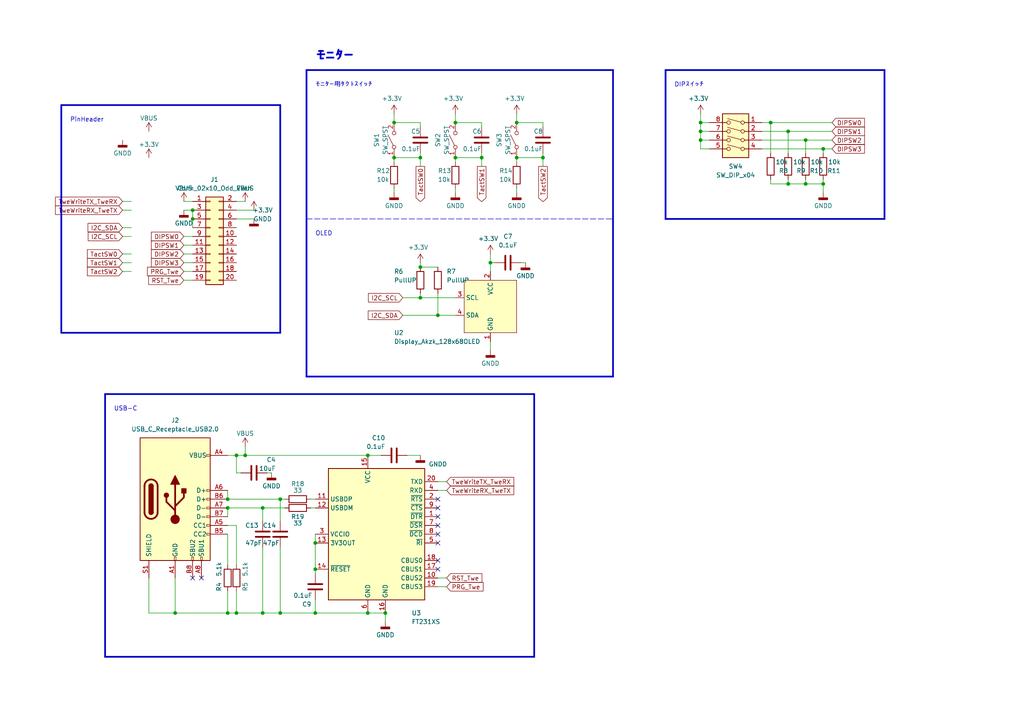
<source format=kicad_sch>
(kicad_sch (version 20230121) (generator eeschema)
  (paper "A4")
  (lib_symbols
    (symbol "Connector:USB_C_Receptacle_USB2.0" (pin_names (offset 1.016))
      (property "Reference" "J4" (at 0 22.86 0))
      (property "Value" "USB_C_Receptacle_USB2.0" (at 0 20.32 0))
      (symbol "USB_C_Receptacle_USB2.0_0_0"
        (rectangle (start -0.254 -17.78) (end 0.254 -16.764))
        (rectangle (start 5.334 -17.78) (end 4.826 -16.764))
        (rectangle (start 7.874 -17.78) (end 7.366 -16.764))
        (rectangle (start 10.16 -9.906) (end 9.144 -10.414))
        (rectangle (start 10.16 -7.366) (end 9.144 -7.874))
        (rectangle (start 10.16 -4.826) (end 9.144 -5.334))
        (rectangle (start 10.16 -2.286) (end 9.144 -2.794))
        (rectangle (start 10.16 0.254) (end 9.144 -0.254))
        (rectangle (start 10.16 2.794) (end 9.144 2.286))
        (rectangle (start 10.16 12.954) (end 9.144 12.446))
      )
      (symbol "USB_C_Receptacle_USB2.0_0_1"
        (rectangle (start -10.16 17.78) (end 10.16 -17.78) (stroke (width 0.254)) (fill (type background)))
        (arc (start -8.89 -3.81) (mid -6.985 -5.7066) (end -5.08 -3.81) (stroke (width 0.508)))
        (arc (start -7.62 -3.81) (mid -6.985 -4.4422) (end -6.35 -3.81) (stroke (width 0.254)))
        (arc (start -7.62 -3.81) (mid -6.985 -4.4422) (end -6.35 -3.81) (stroke (width 0.254)) (fill (type outline)))
        (rectangle (start -7.62 -3.81) (end -6.35 3.81) (stroke (width 0.254)) (fill (type outline)))
        (arc (start -6.35 3.81) (mid -6.985 4.4422) (end -7.62 3.81) (stroke (width 0.254)))
        (arc (start -6.35 3.81) (mid -6.985 4.4422) (end -7.62 3.81) (stroke (width 0.254)) (fill (type outline)))
        (arc (start -5.08 3.81) (mid -6.985 5.7066) (end -8.89 3.81) (stroke (width 0.508)))
        (circle (center -2.54 1.143) (radius 0.635) (stroke (width 0.254)) (fill (type outline)))
        (circle (center 0 -5.842) (radius 1.27) (fill (type outline)))
        (polyline (pts (xy -8.89 -3.81) (xy -8.89 3.81)) (stroke (width 0.508)))
        (polyline (pts (xy -5.08 3.81) (xy -5.08 -3.81)) (stroke (width 0.508)))
        (polyline (pts (xy 0 -5.842) (xy 0 4.318)) (stroke (width 0.508)))
        (polyline (pts (xy 0 -3.302) (xy -2.54 -0.762) (xy -2.54 0.508)) (stroke (width 0.508)))
        (polyline (pts (xy 0 -2.032) (xy 2.54 0.508) (xy 2.54 1.778)) (stroke (width 0.508)))
        (polyline (pts (xy -1.27 4.318) (xy 0 6.858) (xy 1.27 4.318) (xy -1.27 4.318)) (stroke (width 0.254)) (fill (type outline)))
        (rectangle (start 1.905 1.778) (end 3.175 3.048) (stroke (width 0.254)) (fill (type outline)))
      )
      (symbol "USB_C_Receptacle_USB2.0_1_1"
        (pin passive line (at 0 -22.86 90) (length 5.08) (name "GND") (number "A1"))
        (pin passive line (at 0 -22.86 90) (length 5.08) hide (name "GND") (number "A12"))
        (pin passive line (at 15.24 12.7 180) (length 5.08) (name "VBUS") (number "A4"))
        (pin bidirectional line (at 15.24 -7.62 180) (length 5.08) (name "CC1") (number "A5"))
        (pin bidirectional line (at 15.24 2.54 180) (length 5.08) (name "D+") (number "A6"))
        (pin bidirectional line (at 15.24 -2.54 180) (length 5.08) (name "D-") (number "A7"))
        (pin bidirectional line (at 7.62 -22.86 90) (length 5.08) (name "SBU1") (number "A8"))
        (pin passive line (at 15.24 12.7 180) (length 5.08) hide (name "VBUS") (number "A9"))
        (pin passive line (at 0 -22.86 90) (length 5.08) hide (name "GND") (number "B1"))
        (pin passive line (at 0 -22.86 90) (length 5.08) hide (name "GND") (number "B12"))
        (pin passive line (at 15.24 12.7 180) (length 5.08) hide (name "VBUS") (number "B4"))
        (pin bidirectional line (at 15.24 -10.16 180) (length 5.08) (name "CC2") (number "B5"))
        (pin bidirectional line (at 15.24 0 180) (length 5.08) (name "D+") (number "B6"))
        (pin bidirectional line (at 15.24 -5.08 180) (length 5.08) (name "D-") (number "B7"))
        (pin bidirectional line (at 5.08 -22.86 90) (length 5.08) (name "SBU2") (number "B8"))
        (pin passive line (at 15.24 12.7 180) (length 5.08) hide (name "VBUS") (number "B9"))
        (pin passive line (at -7.62 -22.86 90) (length 5.08) (name "SHIELD") (number "S1"))
      )
    )
    (symbol "Connector_Generic:Conn_02x10_Odd_Even" (pin_names (offset 1.016) hide)
      (property "Reference" "J" (at 1.27 12.7 0))
      (property "Value" "Conn_02x10_Odd_Even" (at 1.27 -15.24 0))
      (symbol "Conn_02x10_Odd_Even_1_1"
        (rectangle (start -1.27 -12.573) (end 0 -12.827) (stroke (width 0.1524)))
        (rectangle (start -1.27 -10.033) (end 0 -10.287) (stroke (width 0.1524)))
        (rectangle (start -1.27 -7.493) (end 0 -7.747) (stroke (width 0.1524)))
        (rectangle (start -1.27 -4.953) (end 0 -5.207) (stroke (width 0.1524)))
        (rectangle (start -1.27 -2.413) (end 0 -2.667) (stroke (width 0.1524)))
        (rectangle (start -1.27 0.127) (end 0 -0.127) (stroke (width 0.1524)))
        (rectangle (start -1.27 2.667) (end 0 2.413) (stroke (width 0.1524)))
        (rectangle (start -1.27 5.207) (end 0 4.953) (stroke (width 0.1524)))
        (rectangle (start -1.27 7.747) (end 0 7.493) (stroke (width 0.1524)))
        (rectangle (start -1.27 10.287) (end 0 10.033) (stroke (width 0.1524)))
        (rectangle (start -1.27 11.43) (end 3.81 -13.97) (stroke (width 0.254)) (fill (type background)))
        (rectangle (start 3.81 -12.573) (end 2.54 -12.827) (stroke (width 0.1524)))
        (rectangle (start 3.81 -10.033) (end 2.54 -10.287) (stroke (width 0.1524)))
        (rectangle (start 3.81 -7.493) (end 2.54 -7.747) (stroke (width 0.1524)))
        (rectangle (start 3.81 -4.953) (end 2.54 -5.207) (stroke (width 0.1524)))
        (rectangle (start 3.81 -2.413) (end 2.54 -2.667) (stroke (width 0.1524)))
        (rectangle (start 3.81 0.127) (end 2.54 -0.127) (stroke (width 0.1524)))
        (rectangle (start 3.81 2.667) (end 2.54 2.413) (stroke (width 0.1524)))
        (rectangle (start 3.81 5.207) (end 2.54 4.953) (stroke (width 0.1524)))
        (rectangle (start 3.81 7.747) (end 2.54 7.493) (stroke (width 0.1524)))
        (rectangle (start 3.81 10.287) (end 2.54 10.033) (stroke (width 0.1524)))
        (pin passive line (at -5.08 10.16 0) (length 3.81) (name "Pin_1") (number "1"))
        (pin passive line (at 7.62 0 180) (length 3.81) (name "Pin_10") (number "10"))
        (pin passive line (at -5.08 -2.54 0) (length 3.81) (name "Pin_11") (number "11"))
        (pin passive line (at 7.62 -2.54 180) (length 3.81) (name "Pin_12") (number "12"))
        (pin passive line (at -5.08 -5.08 0) (length 3.81) (name "Pin_13") (number "13"))
        (pin passive line (at 7.62 -5.08 180) (length 3.81) (name "Pin_14") (number "14"))
        (pin passive line (at -5.08 -7.62 0) (length 3.81) (name "Pin_15") (number "15"))
        (pin passive line (at 7.62 -7.62 180) (length 3.81) (name "Pin_16") (number "16"))
        (pin passive line (at -5.08 -10.16 0) (length 3.81) (name "Pin_17") (number "17"))
        (pin passive line (at 7.62 -10.16 180) (length 3.81) (name "Pin_18") (number "18"))
        (pin passive line (at -5.08 -12.7 0) (length 3.81) (name "Pin_19") (number "19"))
        (pin passive line (at 7.62 10.16 180) (length 3.81) (name "Pin_2") (number "2"))
        (pin passive line (at 7.62 -12.7 180) (length 3.81) (name "Pin_20") (number "20"))
        (pin passive line (at -5.08 7.62 0) (length 3.81) (name "Pin_3") (number "3"))
        (pin passive line (at 7.62 7.62 180) (length 3.81) (name "Pin_4") (number "4"))
        (pin passive line (at -5.08 5.08 0) (length 3.81) (name "Pin_5") (number "5"))
        (pin passive line (at 7.62 5.08 180) (length 3.81) (name "Pin_6") (number "6"))
        (pin passive line (at -5.08 2.54 0) (length 3.81) (name "Pin_7") (number "7"))
        (pin passive line (at 7.62 2.54 180) (length 3.81) (name "Pin_8") (number "8"))
        (pin passive line (at -5.08 0 0) (length 3.81) (name "Pin_9") (number "9"))
      )
    )
    (symbol "Device:C" (pin_numbers hide) (pin_names (offset 0.254))
      (property "Reference" "C" (at 0.635 2.54 0))
      (property "Value" "C" (at 0.635 -2.54 0))
      (symbol "C_0_1"
        (polyline (pts (xy -2.032 -0.762) (xy 2.032 -0.762)) (stroke (width 0.508)))
        (polyline (pts (xy -2.032 0.762) (xy 2.032 0.762)) (stroke (width 0.508)))
      )
      (symbol "C_1_1"
        (pin passive line (at 0 3.81 270) (length 2.794) (name "~") (number "1"))
        (pin passive line (at 0 -3.81 90) (length 2.794) (name "~") (number "2"))
      )
    )
    (symbol "Device:R" (pin_numbers hide) (pin_names (offset 0))
      (property "Reference" "R" (at 2.032 0 90))
      (property "Value" "R" (at 0 0 90))
      (symbol "R_0_1"
        (rectangle (start -1.016 -2.54) (end 1.016 2.54) (stroke (width 0.254)))
      )
      (symbol "R_1_1"
        (pin passive line (at 0 3.81 270) (length 1.27) (name "~") (number "1"))
        (pin passive line (at 0 -3.81 90) (length 1.27) (name "~") (number "2"))
      )
    )
    (symbol "Interface_USB:FT231XS"
      (property "Reference" "U3" (at 10.16 -22.86 0))
      (property "Value" "FT231XS" (at 10.16 -25.4 0))
      (symbol "FT231XS_0_1"
        (rectangle (start -13.97 19.05) (end 13.97 -19.05) (stroke (width 0.254)) (fill (type background)))
      )
      (symbol "FT231XS_1_1"
        (pin output line (at 17.78 5.08 180) (length 3.81) (name "~{DTR}") (number "1"))
        (pin bidirectional line (at 17.78 -12.7 180) (length 3.81) (name "CBUS2") (number "10"))
        (pin bidirectional line (at -17.78 10.16 0) (length 3.81) (name "USBDP") (number "11"))
        (pin bidirectional line (at -17.78 7.62 0) (length 3.81) (name "USBDM") (number "12"))
        (pin power_out line (at -17.78 -2.54 0) (length 3.81) (name "3V3OUT") (number "13"))
        (pin input line (at -17.78 -10.16 0) (length 3.81) (name "~{RESET}") (number "14"))
        (pin power_in line (at -2.54 22.86 270) (length 3.81) (name "VCC") (number "15"))
        (pin power_in line (at 2.54 -22.86 90) (length 3.81) (name "GND") (number "16"))
        (pin bidirectional line (at 17.78 -10.16 180) (length 3.81) (name "CBUS1") (number "17"))
        (pin bidirectional line (at 17.78 -7.62 180) (length 3.81) (name "CBUS0") (number "18"))
        (pin bidirectional line (at 17.78 -15.24 180) (length 3.81) (name "CBUS3") (number "19"))
        (pin output line (at 17.78 10.16 180) (length 3.81) (name "~{RTS}") (number "2"))
        (pin output line (at 17.78 15.24 180) (length 3.81) (name "TXD") (number "20"))
        (pin power_in line (at -17.78 0 0) (length 3.81) (name "VCCIO") (number "3"))
        (pin input line (at 17.78 12.7 180) (length 3.81) (name "RXD") (number "4"))
        (pin input line (at 17.78 -2.54 180) (length 3.81) (name "~{RI}") (number "5"))
        (pin power_in line (at -2.54 -22.86 90) (length 3.81) (name "GND") (number "6"))
        (pin input line (at 17.78 2.54 180) (length 3.81) (name "~{DSR}") (number "7"))
        (pin input line (at 17.78 0 180) (length 3.81) (name "~{DCD}") (number "8"))
        (pin input line (at 17.78 7.62 180) (length 3.81) (name "~{CTS}") (number "9"))
      )
    )
    (symbol "Switch:SW_DIP_x04" (pin_names (offset 0) hide)
      (property "Reference" "SW" (at 0 8.89 0))
      (property "Value" "SW_DIP_x04" (at 0 -6.35 0))
      (symbol "SW_DIP_x04_0_0"
        (circle (center -2.032 -2.54) (radius 0.508))
        (circle (center -2.032 0) (radius 0.508))
        (circle (center -2.032 2.54) (radius 0.508))
        (circle (center -2.032 5.08) (radius 0.508))
        (polyline (pts (xy -1.524 -2.3876) (xy 2.3622 -1.3462)))
        (polyline (pts (xy -1.524 0.127) (xy 2.3622 1.1684)))
        (polyline (pts (xy -1.524 2.667) (xy 2.3622 3.7084)))
        (polyline (pts (xy -1.524 5.207) (xy 2.3622 6.2484)))
        (circle (center 2.032 -2.54) (radius 0.508))
        (circle (center 2.032 0) (radius 0.508))
        (circle (center 2.032 2.54) (radius 0.508))
        (circle (center 2.032 5.08) (radius 0.508))
      )
      (symbol "SW_DIP_x04_0_1"
        (rectangle (start -3.81 7.62) (end 3.81 -5.08) (stroke (width 0.254)) (fill (type background)))
      )
      (symbol "SW_DIP_x04_1_1"
        (pin passive line (at -7.62 5.08 0) (length 5.08) (name "~") (number "1"))
        (pin passive line (at -7.62 2.54 0) (length 5.08) (name "~") (number "2"))
        (pin passive line (at -7.62 0 0) (length 5.08) (name "~") (number "3"))
        (pin passive line (at -7.62 -2.54 0) (length 5.08) (name "~") (number "4"))
        (pin passive line (at 7.62 -2.54 180) (length 5.08) (name "~") (number "5"))
        (pin passive line (at 7.62 0 180) (length 5.08) (name "~") (number "6"))
        (pin passive line (at 7.62 2.54 180) (length 5.08) (name "~") (number "7"))
        (pin passive line (at 7.62 5.08 180) (length 5.08) (name "~") (number "8"))
      )
    )
    (symbol "Switch:SW_SPST" (pin_names (offset 0) hide)
      (property "Reference" "SW" (at 0 3.175 0))
      (property "Value" "SW_SPST" (at 0 -2.54 0))
      (symbol "SW_SPST_0_0"
        (circle (center -2.032 0) (radius 0.508))
        (polyline (pts (xy -1.524 0.254) (xy 1.524 1.778)))
        (circle (center 2.032 0) (radius 0.508))
      )
      (symbol "SW_SPST_1_1"
        (pin passive line (at -5.08 0 0) (length 2.54) (name "A") (number "1"))
        (pin passive line (at 5.08 0 180) (length 2.54) (name "B") (number "2"))
      )
    )
    (symbol "TomoshibiLibrary:Display_Akzk_128x68OLED"
      (property "Reference" "U" (at 3.81 13.97 0))
      (property "Value" "Display_Akzk_128x68OLED" (at 8.89 11.43 0))
      (symbol "Display_Akzk_128x68OLED_0_1"
        (rectangle (start -7.62 7.62) (end 7.62 -7.62) (fill (type background)))
      )
      (symbol "Display_Akzk_128x68OLED_1_1"
        (pin bidirectional line (at 0 -10.16 90) (length 2.54) (name "GND") (number "1"))
        (pin power_in line (at 0 10.16 270) (length 2.54) (name "VCC") (number "2"))
        (pin bidirectional line (at -10.16 2.54 0) (length 2.54) (name "SCL") (number "3"))
        (pin bidirectional line (at -10.16 -2.54 0) (length 2.54) (name "SDA") (number "4"))
      )
    )
    (symbol "power:+3.3V" (power) (pin_names (offset 0))
      (property "Value" "+3.3V" (at 0 3.556 0))
      (symbol "+3.3V_0_1"
        (polyline (pts (xy -0.762 1.27) (xy 0 2.54)))
        (polyline (pts (xy 0 0) (xy 0 2.54)))
        (polyline (pts (xy 0 2.54) (xy 0.762 1.27)))
      )
      (symbol "+3.3V_1_1"
        (pin power_in line (at 0 0 90) (length 0) hide (name "+3.3V") (number "1"))
      )
    )
    (symbol "power:GNDD" (power) (pin_names (offset 0))
      (property "Value" "GNDD" (at 0 -3.175 0))
      (symbol "GNDD_0_1"
        (rectangle (start -1.27 -1.524) (end 1.27 -2.032) (stroke (width 0.254)) (fill (type outline)))
        (polyline (pts (xy 0 0) (xy 0 -1.524)))
      )
      (symbol "GNDD_1_1"
        (pin power_in line (at 0 0 270) (length 0) hide (name "GNDD") (number "1"))
      )
    )
    (symbol "power:VBUS" (power) (pin_names (offset 0))
      (property "Value" "VBUS" (at 0 3.81 0))
      (symbol "VBUS_0_1"
        (polyline (pts (xy -0.762 1.27) (xy 0 2.54)))
        (polyline (pts (xy 0 0) (xy 0 2.54)))
        (polyline (pts (xy 0 2.54) (xy 0.762 1.27)))
      )
      (symbol "VBUS_1_1"
        (pin power_in line (at 0 0 90) (length 0) hide (name "VBUS") (number "1"))
      )
    )
  )
  (junction (at 106.68 132.08))
  (junction (at 50.8 177.8))
  (junction (at 66.04 147.32))
  (junction (at 203.2 38.1))
  (junction (at 106.68 177.8))
  (junction (at 91.44 177.8))
  (junction (at 66.04 177.8))
  (junction (at 233.68 40.64))
  (junction (at 68.58 132.08))
  (junction (at 228.6 53.34))
  (junction (at 91.44 165.1))
  (junction (at 55.88 60.96))
  (junction (at 121.92 86.36))
  (junction (at 228.6 38.1))
  (junction (at 233.68 53.34))
  (junction (at 55.88 63.5))
  (junction (at 114.3 35.56))
  (junction (at 111.76 177.8))
  (junction (at 127 91.44))
  (junction (at 203.2 35.56))
  (junction (at 139.7 45.72))
  (junction (at 149.86 35.56))
  (junction (at 91.44 157.48))
  (junction (at 81.28 144.78))
  (junction (at 238.76 43.18))
  (junction (at 76.2 177.8))
  (junction (at 149.86 45.72))
  (junction (at 71.12 132.08))
  (junction (at 66.04 144.78))
  (junction (at 121.92 77.47))
  (junction (at 76.2 147.32))
  (junction (at 132.08 45.72))
  (junction (at 142.24 76.2))
  (junction (at 203.2 40.64))
  (junction (at 68.58 177.8))
  (junction (at 223.52 35.56))
  (junction (at 238.76 53.34))
  (junction (at 81.28 177.8))
  (junction (at 114.3 45.72))
  (junction (at 132.08 35.56))
  (junction (at 121.92 45.72))
  (junction (at 157.48 45.72))
  (no_connect (at 127 144.78))
  (no_connect (at 127 162.56))
  (no_connect (at 55.88 167.64))
  (no_connect (at 127 149.86))
  (no_connect (at 127 157.48))
  (no_connect (at 127 147.32))
  (no_connect (at 127 154.94))
  (no_connect (at 127 165.1))
  (no_connect (at 58.42 167.64))
  (no_connect (at 127 152.4))
  (wire (pts (xy 203.2 35.56) (xy 203.2 38.1)))
  (wire (pts (xy 127 85.09) (xy 127 91.44)))
  (wire (pts (xy 68.58 63.5) (xy 73.66 63.5)))
  (wire (pts (xy 238.76 43.18) (xy 241.3 43.18)))
  (wire (pts (xy 81.28 144.78) (xy 82.55 144.78)))
  (wire (pts (xy 157.48 35.56) (xy 149.86 35.56)))
  (wire (pts (xy 114.3 55.88) (xy 114.3 54.61)))
  (wire (pts (xy 203.2 40.64) (xy 203.2 38.1)))
  (wire (pts (xy 68.58 152.4) (xy 68.58 163.83)))
  (wire (pts (xy 116.84 91.44) (xy 127 91.44)))
  (wire (pts (xy 142.24 76.2) (xy 143.51 76.2)))
  (wire (pts (xy 223.52 53.34) (xy 223.52 52.07)))
  (wire (pts (xy 66.04 149.86) (xy 66.04 147.32)))
  (wire (pts (xy 35.56 66.04) (xy 38.1 66.04)))
  (wire (pts (xy 139.7 35.56) (xy 139.7 36.83)))
  (wire (pts (xy 114.3 33.02) (xy 114.3 35.56)))
  (wire (pts (xy 139.7 45.72) (xy 139.7 44.45)))
  (polyline (pts (xy 88.9 20.32) (xy 177.8 20.32)) (stroke (width 0.5) (type solid)))
  (wire (pts (xy 220.98 38.1) (xy 228.6 38.1)))
  (wire (pts (xy 121.92 35.56) (xy 121.92 36.83)))
  (wire (pts (xy 203.2 35.56) (xy 205.74 35.56)))
  (wire (pts (xy 91.44 154.94) (xy 91.44 157.48)))
  (wire (pts (xy 129.54 142.24) (xy 127 142.24)))
  (wire (pts (xy 66.04 152.4) (xy 68.58 152.4)))
  (wire (pts (xy 238.76 53.34) (xy 233.68 53.34)))
  (wire (pts (xy 142.24 73.66) (xy 142.24 76.2)))
  (wire (pts (xy 220.98 35.56) (xy 223.52 35.56)))
  (wire (pts (xy 53.34 68.58) (xy 55.88 68.58)))
  (wire (pts (xy 121.92 45.72) (xy 121.92 44.45)))
  (wire (pts (xy 76.2 158.75) (xy 76.2 177.8)))
  (wire (pts (xy 157.48 45.72) (xy 157.48 48.26)))
  (wire (pts (xy 238.76 53.34) (xy 238.76 52.07)))
  (polyline (pts (xy 177.8 109.22) (xy 177.8 20.32)) (stroke (width 0.5) (type solid)))
  (wire (pts (xy 50.8 167.64) (xy 50.8 177.8)))
  (wire (pts (xy 35.56 58.42) (xy 38.1 58.42)))
  (wire (pts (xy 69.85 137.16) (xy 68.58 137.16)))
  (wire (pts (xy 220.98 40.64) (xy 233.68 40.64)))
  (wire (pts (xy 228.6 44.45) (xy 228.6 38.1)))
  (wire (pts (xy 121.92 35.56) (xy 114.3 35.56)))
  (wire (pts (xy 127 170.18) (xy 129.54 170.18)))
  (wire (pts (xy 139.7 45.72) (xy 132.08 45.72)))
  (wire (pts (xy 228.6 53.34) (xy 228.6 52.07)))
  (polyline (pts (xy 30.48 114.3) (xy 154.94 114.3)) (stroke (width 0.5) (type solid)))
  (wire (pts (xy 68.58 177.8) (xy 76.2 177.8)))
  (polyline (pts (xy 88.9 20.32) (xy 88.9 109.22)) (stroke (width 0.5) (type solid)))
  (wire (pts (xy 53.34 60.96) (xy 55.88 60.96)))
  (wire (pts (xy 68.58 58.42) (xy 71.12 58.42)))
  (wire (pts (xy 132.08 55.88) (xy 132.08 54.61)))
  (polyline (pts (xy 30.48 190.5) (xy 30.48 114.3)) (stroke (width 0.5) (type solid)))
  (wire (pts (xy 149.86 45.72) (xy 149.86 46.99)))
  (polyline (pts (xy 88.9 63.5) (xy 177.8 63.5)) (stroke (width 0) (type dash)))
  (polyline (pts (xy 17.78 96.52) (xy 81.28 96.52)) (stroke (width 0.5) (type solid)))
  (wire (pts (xy 55.88 63.5) (xy 55.88 66.04)))
  (wire (pts (xy 55.88 78.74) (xy 53.34 78.74)))
  (wire (pts (xy 205.74 43.18) (xy 203.2 43.18)))
  (wire (pts (xy 142.24 76.2) (xy 142.24 78.74)))
  (polyline (pts (xy 81.28 96.52) (xy 81.28 30.48)) (stroke (width 0.5) (type solid)))
  (wire (pts (xy 66.04 132.08) (xy 68.58 132.08)))
  (wire (pts (xy 106.68 177.8) (xy 91.44 177.8)))
  (wire (pts (xy 139.7 35.56) (xy 132.08 35.56)))
  (wire (pts (xy 228.6 53.34) (xy 223.52 53.34)))
  (wire (pts (xy 76.2 147.32) (xy 82.55 147.32)))
  (wire (pts (xy 127 167.64) (xy 129.54 167.64)))
  (wire (pts (xy 55.88 60.96) (xy 55.88 63.5)))
  (wire (pts (xy 149.86 33.02) (xy 149.86 35.56)))
  (wire (pts (xy 35.56 78.74) (xy 38.1 78.74)))
  (polyline (pts (xy 154.94 190.5) (xy 154.94 114.3)) (stroke (width 0.5) (type solid)))
  (polyline (pts (xy 17.78 30.48) (xy 81.28 30.48)) (stroke (width 0.5) (type solid)))
  (wire (pts (xy 78.74 137.16) (xy 77.47 137.16)))
  (wire (pts (xy 233.68 40.64) (xy 241.3 40.64)))
  (wire (pts (xy 76.2 177.8) (xy 81.28 177.8)))
  (wire (pts (xy 68.58 171.45) (xy 68.58 177.8)))
  (wire (pts (xy 91.44 173.99) (xy 91.44 177.8)))
  (wire (pts (xy 68.58 132.08) (xy 68.58 137.16)))
  (polyline (pts (xy 193.04 63.5) (xy 193.04 20.32)) (stroke (width 0.5) (type solid)))
  (wire (pts (xy 111.76 180.34) (xy 111.76 177.8)))
  (polyline (pts (xy 193.04 20.32) (xy 256.54 20.32)) (stroke (width 0.5) (type solid)))
  (wire (pts (xy 233.68 40.64) (xy 233.68 44.45)))
  (wire (pts (xy 121.92 86.36) (xy 132.08 86.36)))
  (wire (pts (xy 157.48 45.72) (xy 149.86 45.72)))
  (wire (pts (xy 121.92 45.72) (xy 121.92 48.26)))
  (wire (pts (xy 203.2 43.18) (xy 203.2 40.64)))
  (wire (pts (xy 114.3 45.72) (xy 114.3 46.99)))
  (wire (pts (xy 35.56 60.96) (xy 38.1 60.96)))
  (polyline (pts (xy 88.9 109.22) (xy 177.8 109.22)) (stroke (width 0.5) (type solid)))
  (wire (pts (xy 81.28 177.8) (xy 91.44 177.8)))
  (wire (pts (xy 91.44 144.78) (xy 90.17 144.78)))
  (polyline (pts (xy 17.78 96.52) (xy 17.78 30.48)) (stroke (width 0.5) (type solid)))
  (wire (pts (xy 71.12 129.54) (xy 71.12 132.08)))
  (wire (pts (xy 142.24 99.06) (xy 142.24 101.6)))
  (polyline (pts (xy 256.54 63.5) (xy 256.54 20.32)) (stroke (width 0.5) (type solid)))
  (wire (pts (xy 139.7 45.72) (xy 139.7 48.26)))
  (wire (pts (xy 53.34 73.66) (xy 55.88 73.66)))
  (wire (pts (xy 121.92 45.72) (xy 114.3 45.72)))
  (wire (pts (xy 238.76 43.18) (xy 238.76 44.45)))
  (wire (pts (xy 66.04 144.78) (xy 81.28 144.78)))
  (wire (pts (xy 81.28 158.75) (xy 81.28 177.8)))
  (wire (pts (xy 111.76 177.8) (xy 106.68 177.8)))
  (wire (pts (xy 68.58 60.96) (xy 73.66 60.96)))
  (polyline (pts (xy 193.04 63.5) (xy 256.54 63.5)) (stroke (width 0.5) (type solid)))
  (wire (pts (xy 90.17 147.32) (xy 91.44 147.32)))
  (wire (pts (xy 53.34 71.12) (xy 55.88 71.12)))
  (wire (pts (xy 91.44 157.48) (xy 91.44 165.1)))
  (wire (pts (xy 233.68 53.34) (xy 233.68 52.07)))
  (wire (pts (xy 35.56 76.2) (xy 38.1 76.2)))
  (wire (pts (xy 223.52 35.56) (xy 241.3 35.56)))
  (wire (pts (xy 121.92 76.2) (xy 121.92 77.47)))
  (wire (pts (xy 132.08 33.02) (xy 132.08 35.56)))
  (wire (pts (xy 127 91.44) (xy 132.08 91.44)))
  (wire (pts (xy 71.12 132.08) (xy 68.58 132.08)))
  (wire (pts (xy 35.56 73.66) (xy 38.1 73.66)))
  (wire (pts (xy 157.48 35.56) (xy 157.48 36.83)))
  (wire (pts (xy 228.6 38.1) (xy 241.3 38.1)))
  (wire (pts (xy 35.56 68.58) (xy 38.1 68.58)))
  (wire (pts (xy 151.13 76.2) (xy 152.4 76.2)))
  (wire (pts (xy 220.98 43.18) (xy 238.76 43.18)))
  (wire (pts (xy 129.54 139.7) (xy 127 139.7)))
  (wire (pts (xy 68.58 177.8) (xy 66.04 177.8)))
  (wire (pts (xy 238.76 55.88) (xy 238.76 53.34)))
  (wire (pts (xy 121.92 85.09) (xy 121.92 86.36)))
  (wire (pts (xy 106.68 132.08) (xy 110.49 132.08)))
  (wire (pts (xy 76.2 147.32) (xy 76.2 151.13)))
  (wire (pts (xy 121.92 77.47) (xy 127 77.47)))
  (wire (pts (xy 43.18 167.64) (xy 43.18 177.8)))
  (wire (pts (xy 233.68 53.34) (xy 228.6 53.34)))
  (wire (pts (xy 66.04 154.94) (xy 66.04 163.83)))
  (wire (pts (xy 53.34 58.42) (xy 55.88 58.42)))
  (wire (pts (xy 43.18 177.8) (xy 50.8 177.8)))
  (wire (pts (xy 66.04 171.45) (xy 66.04 177.8)))
  (wire (pts (xy 81.28 144.78) (xy 81.28 151.13)))
  (wire (pts (xy 203.2 38.1) (xy 205.74 38.1)))
  (wire (pts (xy 91.44 165.1) (xy 91.44 166.37)))
  (wire (pts (xy 132.08 45.72) (xy 132.08 46.99)))
  (polyline (pts (xy 30.48 190.5) (xy 154.94 190.5)) (stroke (width 0.5) (type solid)))
  (wire (pts (xy 66.04 142.24) (xy 66.04 144.78)))
  (wire (pts (xy 223.52 35.56) (xy 223.52 44.45)))
  (wire (pts (xy 203.2 33.02) (xy 203.2 35.56)))
  (wire (pts (xy 50.8 177.8) (xy 66.04 177.8)))
  (wire (pts (xy 203.2 40.64) (xy 205.74 40.64)))
  (wire (pts (xy 157.48 45.72) (xy 157.48 44.45)))
  (wire (pts (xy 71.12 132.08) (xy 106.68 132.08)))
  (wire (pts (xy 55.88 81.28) (xy 53.34 81.28)))
  (wire (pts (xy 149.86 55.88) (xy 149.86 54.61)))
  (wire (pts (xy 118.11 132.08) (xy 121.92 132.08)))
  (wire (pts (xy 116.84 86.36) (xy 121.92 86.36)))
  (wire (pts (xy 66.04 147.32) (xy 76.2 147.32)))
  (wire (pts (xy 53.34 76.2) (xy 55.88 76.2)))
  (text "モニター" (at 91.44 17.78 0) (effects (font (size 2.54 2.54) (thickness 0.508) bold) (justify left bottom)))
  (text "DIPスイッチ" (at 195.58 25.4 0) (effects (font (size 1.27 1.27)) (justify left bottom)))
  (text "モニター用タクトスイッチ" (at 91.44 25.4 0) (effects (font (size 1.27 1.27)) (justify left bottom)))
  (text "OLED" (at 91.44 68.58 0) (effects (font (size 1.27 1.27)) (justify left bottom)))
  (text "PinHeader" (at 20.32 35.56 0) (effects (font (size 1.27 1.27)) (justify left bottom)))
  (text "USB-C" (at 33.02 119.38 0) (effects (font (size 1.27 1.27)) (justify left bottom)))
  (global_label "DIPSW3" (shape input) (at 53.34 76.2 180) (property "Intersheetrefs" "${INTERSHEET_REFS}" (effects hide)))
  (global_label "TactSW2" (shape output) (at 157.48 48.26 270) (property "Intersheetrefs" "${INTERSHEET_REFS}" (effects hide)))
  (global_label "DIPSW2" (shape input) (at 53.34 73.66 180) (property "Intersheetrefs" "${INTERSHEET_REFS}" (effects hide)))
  (global_label "I2C_SDA" (shape input) (at 35.56 66.04 180) (property "Intersheetrefs" "${INTERSHEET_REFS}" (effects hide)))
  (global_label "TactSW1" (shape output) (at 139.7 48.26 270) (property "Intersheetrefs" "${INTERSHEET_REFS}" (effects hide)))
  (global_label "DIPSW2" (shape input) (at 241.3 40.64 0) (property "Intersheetrefs" "${INTERSHEET_REFS}" (effects hide)))
  (global_label "PRG_Twe" (shape input) (at 129.54 170.18 0) (property "Intersheetrefs" "${INTERSHEET_REFS}" (effects hide)))
  (global_label "DIPSW1" (shape input) (at 53.34 71.12 180) (property "Intersheetrefs" "${INTERSHEET_REFS}" (effects hide)))
  (global_label "TweWriteRX_TweTX" (shape input) (at 129.54 142.24 0) (property "Intersheetrefs" "${INTERSHEET_REFS}" (effects hide)))
  (global_label "TactSW0" (shape output) (at 121.92 48.26 270) (property "Intersheetrefs" "${INTERSHEET_REFS}" (effects hide)))
  (global_label "I2C_SCL" (shape input) (at 116.84 86.36 180) (property "Intersheetrefs" "${INTERSHEET_REFS}" (effects hide)))
  (global_label "DIPSW1" (shape input) (at 241.3 38.1 0) (property "Intersheetrefs" "${INTERSHEET_REFS}" (effects hide)))
  (global_label "TweWriteRX_TweTX" (shape input) (at 35.56 60.96 180) (property "Intersheetrefs" "${INTERSHEET_REFS}" (effects hide)))
  (global_label "I2C_SCL" (shape input) (at 35.56 68.58 180) (property "Intersheetrefs" "${INTERSHEET_REFS}" (effects hide)))
  (global_label "PRG_Twe" (shape input) (at 53.34 78.74 180) (property "Intersheetrefs" "${INTERSHEET_REFS}" (effects hide)))
  (global_label "RST_Twe" (shape input) (at 129.54 167.64 0) (property "Intersheetrefs" "${INTERSHEET_REFS}" (effects hide)))
  (global_label "I2C_SDA" (shape input) (at 116.84 91.44 180) (property "Intersheetrefs" "${INTERSHEET_REFS}" (effects hide)))
  (global_label "DIPSW0" (shape input) (at 53.34 68.58 180) (property "Intersheetrefs" "${INTERSHEET_REFS}" (effects hide)))
  (global_label "TactSW2" (shape input) (at 35.56 78.74 180) (property "Intersheetrefs" "${INTERSHEET_REFS}" (effects hide)))
  (global_label "DIPSW0" (shape input) (at 241.3 35.56 0) (property "Intersheetrefs" "${INTERSHEET_REFS}" (effects hide)))
  (global_label "DIPSW3" (shape input) (at 241.3 43.18 0) (property "Intersheetrefs" "${INTERSHEET_REFS}" (effects hide)))
  (global_label "TactSW1" (shape input) (at 35.56 76.2 180) (property "Intersheetrefs" "${INTERSHEET_REFS}" (effects hide)))
  (global_label "TweWriteTX_TweRX" (shape input) (at 129.54 139.7 0) (property "Intersheetrefs" "${INTERSHEET_REFS}" (effects hide)))
  (global_label "TactSW0" (shape input) (at 35.56 73.66 180) (property "Intersheetrefs" "${INTERSHEET_REFS}" (effects hide)))
  (global_label "TweWriteTX_TweRX" (shape input) (at 35.56 58.42 180) (property "Intersheetrefs" "${INTERSHEET_REFS}" (effects hide)))
  (global_label "RST_Twe" (shape input) (at 53.34 81.28 180) (property "Intersheetrefs" "${INTERSHEET_REFS}" (effects hide)))
  (symbol (lib_id "Device:R") (at 86.36 147.32 270) (unit 1)
    (property "Reference" "R19" (at 86.36 149.86 90))
    (property "Value" "33" (at 86.36 151.765 90))
    (property "Footprint" "Resistor_SMD:R_0603_1608Metric" (effects hide))
  )
  (symbol (lib_id "power:GNDD") (at 78.74 137.16 0) (unit 1)
    (property "Reference" "#PWR04" (effects hide))
    (property "Value" "GNDD" (at 78.74 140.97 0))
  )
  (symbol (lib_id "power:+3.3V") (at 142.24 73.66 0) (unit 1)
    (property "Reference" "#PWR09" (effects hide))
    (property "Value" "+3.3V" (at 141.605 69.215 0))
  )
  (symbol (lib_id "Device:C") (at 139.7 40.64 0) (mirror y) (unit 1)
    (property "Reference" "C6" (at 139.7 38.1 0) (effects (justify left)))
    (property "Value" "0.1uF" (at 139.7 43.18 0) (effects (justify left)))
    (property "Footprint" "Capacitor_SMD:C_0402_1005Metric" (effects hide))
  )
  (symbol (lib_id "power:+3.3V") (at 43.18 45.72 0) (mirror y) (unit 1)
    (property "Reference" "#PWR014" (effects hide))
    (property "Value" "+3.3V" (at 43.18 41.91 0))
  )
  (symbol (lib_id "power:VBUS") (at 53.34 58.42 0) (unit 1)
    (property "Reference" "#PWR01" (effects hide))
    (property "Value" "VBUS" (at 53.34 54.61 0))
  )
  (symbol (lib_id "Device:C") (at 91.44 170.18 0) (mirror x) (unit 1)
    (property "Reference" "C9" (at 87.63 175.26 0) (effects (justify left)))
    (property "Value" "0.1uF" (at 85.09 172.72 0) (effects (justify left)))
    (property "Footprint" "Capacitor_SMD:C_0402_1005Metric" (effects hide))
  )
  (symbol (lib_id "Device:C") (at 157.48 40.64 0) (mirror y) (unit 1)
    (property "Reference" "C8" (at 157.48 38.1 0) (effects (justify left)))
    (property "Value" "0.1uF" (at 157.48 43.18 0) (effects (justify left)))
    (property "Footprint" "Capacitor_SMD:C_0402_1005Metric" (effects hide))
  )
  (symbol (lib_id "Interface_USB:FT231XS") (at 109.22 154.94 0) (unit 1)
    (property "Reference" "U3" (at 119.38 177.8 0) (effects (justify left)))
    (property "Value" "FT231XS" (at 119.38 180.34 0) (effects (justify left)))
    (property "Footprint" "Package_SO:SSOP-20_3.9x8.7mm_P0.635mm" (effects hide))
    (property "Datasheet" "https://www.ftdichip.com/Support/Documents/DataSheets/ICs/DS_FT231X.pdf" (effects hide))
  )
  (symbol (lib_id "power:VBUS") (at 71.12 58.42 0) (unit 1)
    (property "Reference" "#PWR02" (effects hide))
    (property "Value" "VBUS" (at 71.12 54.61 0))
  )
  (symbol (lib_id "power:GNDD") (at 35.56 40.64 0) (unit 1)
    (property "Reference" "#PWR021" (effects hide))
    (property "Value" "GNDD" (at 35.56 44.45 0))
  )
  (symbol (lib_id "Device:C") (at 114.3 132.08 90) (mirror x) (unit 1)
    (property "Reference" "C10" (at 111.76 127 90) (effects (justify left)))
    (property "Value" "0.1uF" (at 111.76 129.54 90) (effects (justify left)))
    (property "Footprint" "Capacitor_SMD:C_0402_1005Metric" (effects hide))
  )
  (symbol (lib_id "power:GNDD") (at 142.24 101.6 0) (unit 1)
    (property "Reference" "#PWR010" (effects hide))
    (property "Value" "GNDD" (at 142.24 105.41 0))
  )
  (symbol (lib_id "power:+3.3V") (at 114.3 33.02 0) (unit 1)
    (property "Reference" "#PWR06" (effects hide))
    (property "Value" "+3.3V" (at 113.665 28.575 0))
  )
  (symbol (lib_id "Device:R") (at 132.08 50.8 0) (unit 1)
    (property "Reference" "R13" (at 127 49.53 0) (effects (justify left)))
    (property "Value" "10k" (at 127 52.07 0) (effects (justify left)))
    (property "Footprint" "Resistor_SMD:R_0402_1005Metric" (effects hide))
  )
  (symbol (lib_id "power:VBUS") (at 71.12 129.54 0) (unit 1)
    (property "Reference" "#PWR03" (effects hide))
    (property "Value" "VBUS" (at 71.12 125.73 0))
  )
  (symbol (lib_id "Device:R") (at 86.36 144.78 270) (mirror x) (unit 1)
    (property "Reference" "R18" (at 86.36 140.335 90))
    (property "Value" "33" (at 86.36 142.24 90))
    (property "Footprint" "Resistor_SMD:R_0603_1608Metric" (effects hide))
  )
  (symbol (lib_id "power:+3.3V") (at 132.08 33.02 0) (unit 1)
    (property "Reference" "#PWR08" (effects hide))
    (property "Value" "+3.3V" (at 131.445 28.575 0))
  )
  (symbol (lib_id "Device:R") (at 233.68 48.26 180) (unit 1)
    (property "Reference" "R10" (at 238.76 49.53 0) (effects (justify left)))
    (property "Value" "10k" (at 238.76 46.99 0) (effects (justify left)))
    (property "Footprint" "Resistor_SMD:R_0402_1005Metric" (effects hide))
  )
  (symbol (lib_id "power:GNDD") (at 73.66 63.5 0) (mirror y) (unit 1)
    (property "Reference" "#PWR024" (effects hide))
    (property "Value" "GNDD" (at 76.2 63.5 0))
  )
  (symbol (lib_id "Switch:SW_DIP_x04") (at 213.36 40.64 0) (mirror y) (unit 1)
    (property "Reference" "SW4" (at 213.36 48.26 0))
    (property "Value" "SW_DIP_x04" (at 213.36 50.8 0))
    (property "Footprint" "Button_Switch_SMD:SW_DIP_SPSTx04_Slide_Copal_CHS-04B_W7.62mm_P1.27mm" (effects hide))
  )
  (symbol (lib_id "Device:C") (at 76.2 154.94 0) (unit 1)
    (property "Reference" "C13" (at 71.12 152.4 0) (effects (justify left)))
    (property "Value" "47pF" (at 71.12 157.48 0) (effects (justify left)))
    (property "Footprint" "Capacitor_SMD:C_0603_1608Metric" (effects hide))
  )
  (symbol (lib_id "power:+3.3V") (at 149.86 33.02 0) (unit 1)
    (property "Reference" "#PWR011" (effects hide))
    (property "Value" "+3.3V" (at 149.225 28.575 0))
  )
  (symbol (lib_id "TomoshibiLibrary:Display_Akzk_128x68OLED") (at 142.24 88.9 0) (unit 1)
    (property "Reference" "U2" (at 114.3 96.52 0) (effects (justify left)))
    (property "Value" "Display_Akzk_128x68OLED" (at 114.3 99.06 0) (effects (justify left)))
    (property "Footprint" "TomoshibiLibrary:Display_Aktk_128x68OLED_White" (effects hide))
  )
  (symbol (lib_id "power:GNDD") (at 114.3 55.88 0) (unit 1)
    (property "Reference" "#PWR017" (effects hide))
    (property "Value" "GNDD" (at 114.3 59.69 0))
  )
  (symbol (lib_id "Device:C") (at 147.32 76.2 90) (unit 1)
    (property "Reference" "C7" (at 147.32 68.58 90))
    (property "Value" "0.1uF" (at 147.32 71.12 90))
    (property "Footprint" "Capacitor_SMD:C_0402_1005Metric" (effects hide))
  )
  (symbol (lib_id "power:GNDD") (at 149.86 55.88 0) (unit 1)
    (property "Reference" "#PWR019" (effects hide))
    (property "Value" "GNDD" (at 149.86 59.69 0))
  )
  (symbol (lib_id "Connector:USB_C_Receptacle_USB2.0") (at 50.8 144.78 0) (unit 1)
    (property "Reference" "J2" (at 50.8 121.92 0))
    (property "Value" "USB_C_Receptacle_USB2.0" (at 50.8 124.46 0))
    (property "Footprint" "Connector_USB:USB_C_Receptacle_G-Switch_GT-USB-7010ASV" (effects hide))
    (property "Datasheet" "https://www.usb.org/sites/default/files/documents/usb_type-c.zip" (effects hide))
  )
  (symbol (lib_id "power:GNDD") (at 53.34 60.96 0) (unit 1)
    (property "Reference" "#PWR05" (effects hide))
    (property "Value" "GNDD" (at 53.34 64.77 0))
  )
  (symbol (lib_id "Device:R") (at 223.52 48.26 180) (unit 1)
    (property "Reference" "R8" (at 228.6 49.53 0) (effects (justify left)))
    (property "Value" "10k" (at 228.6 46.99 0) (effects (justify left)))
    (property "Footprint" "Resistor_SMD:R_0402_1005Metric" (effects hide))
  )
  (symbol (lib_id "Device:R") (at 121.92 81.28 0) (unit 1)
    (property "Reference" "R6" (at 114.3 78.74 0) (effects (justify left)))
    (property "Value" "PullUP" (at 114.3 81.28 0) (effects (justify left)))
    (property "Footprint" "Resistor_SMD:R_0603_1608Metric_Pad0.98x0.95mm_HandSolder" (effects hide))
  )
  (symbol (lib_id "power:GNDD") (at 111.76 180.34 0) (unit 1)
    (property "Reference" "#PWR020" (effects hide))
    (property "Value" "GNDD" (at 111.76 184.15 0))
  )
  (symbol (lib_id "Switch:SW_SPST") (at 114.3 40.64 90) (unit 1)
    (property "Reference" "SW1" (at 109.22 40.64 0))
    (property "Value" "SW_SPST" (at 111.76 40.64 0))
    (property "Footprint" "Button_Switch_SMD:SW_SPST_Omron_B3FS-100xP" (effects hide))
  )
  (symbol (lib_id "Device:R") (at 228.6 48.26 180) (unit 1)
    (property "Reference" "R9" (at 233.68 49.53 0) (effects (justify left)))
    (property "Value" "10k" (at 233.68 46.99 0) (effects (justify left)))
    (property "Footprint" "Resistor_SMD:R_0402_1005Metric" (effects hide))
  )
  (symbol (lib_id "power:+3.3V") (at 73.66 60.96 0) (mirror y) (unit 1)
    (property "Reference" "#PWR023" (effects hide))
    (property "Value" "+3.3V" (at 76.2 60.96 0))
  )
  (symbol (lib_id "power:GNDD") (at 238.76 55.88 0) (unit 1)
    (property "Reference" "#PWR016" (effects hide))
    (property "Value" "GNDD" (at 238.76 59.69 0))
  )
  (symbol (lib_id "Switch:SW_SPST") (at 132.08 40.64 90) (unit 1)
    (property "Reference" "SW2" (at 127 40.64 0))
    (property "Value" "SW_SPST" (at 129.54 40.64 0))
    (property "Footprint" "Button_Switch_SMD:SW_SPST_Omron_B3FS-100xP" (effects hide))
  )
  (symbol (lib_id "Device:R") (at 66.04 167.64 180) (unit 1)
    (property "Reference" "R4" (at 63.5 170.18 90))
    (property "Value" "5.1k" (at 63.5 165.1 90))
    (property "Footprint" "Resistor_SMD:R_0402_1005Metric" (effects hide))
  )
  (symbol (lib_id "power:GNDD") (at 132.08 55.88 0) (unit 1)
    (property "Reference" "#PWR018" (effects hide))
    (property "Value" "GNDD" (at 132.08 59.69 0))
  )
  (symbol (lib_id "Device:R") (at 149.86 50.8 0) (unit 1)
    (property "Reference" "R14" (at 144.78 49.53 0) (effects (justify left)))
    (property "Value" "10k" (at 144.78 52.07 0) (effects (justify left)))
    (property "Footprint" "Resistor_SMD:R_0402_1005Metric" (effects hide))
  )
  (symbol (lib_id "power:GNDD") (at 152.4 76.2 0) (unit 1)
    (property "Reference" "#PWR012" (effects hide))
    (property "Value" "GNDD" (at 152.4 80.01 0))
  )
  (symbol (lib_id "Device:C") (at 81.28 154.94 0) (unit 1)
    (property "Reference" "C14" (at 76.2 152.4 0) (effects (justify left)))
    (property "Value" "47pF" (at 76.2 157.48 0) (effects (justify left)))
    (property "Footprint" "Capacitor_SMD:C_0603_1608Metric" (effects hide))
  )
  (symbol (lib_id "power:VBUS") (at 43.18 38.1 0) (unit 1)
    (property "Reference" "#PWR013" (effects hide))
    (property "Value" "VBUS" (at 43.18 34.29 0))
  )
  (symbol (lib_id "Device:C") (at 121.92 40.64 0) (mirror y) (unit 1)
    (property "Reference" "C5" (at 121.92 38.1 0) (effects (justify left)))
    (property "Value" "0.1uF" (at 121.92 43.18 0) (effects (justify left)))
    (property "Footprint" "Capacitor_SMD:C_0402_1005Metric" (effects hide))
  )
  (symbol (lib_id "power:+3.3V") (at 121.92 76.2 0) (unit 1)
    (property "Reference" "#PWR07" (effects hide))
    (property "Value" "+3.3V" (at 121.285 71.755 0))
  )
  (symbol (lib_id "Switch:SW_SPST") (at 149.86 40.64 90) (unit 1)
    (property "Reference" "SW3" (at 144.78 40.64 0))
    (property "Value" "SW_SPST" (at 147.32 40.64 0))
    (property "Footprint" "Button_Switch_SMD:SW_SPST_Omron_B3FS-100xP" (effects hide))
  )
  (symbol (lib_id "power:GNDD") (at 121.92 132.08 0) (unit 1)
    (property "Reference" "#PWR022" (effects hide))
    (property "Value" "GNDD" (at 127 134.62 0))
  )
  (symbol (lib_id "Device:R") (at 68.58 167.64 0) (mirror x) (unit 1)
    (property "Reference" "R5" (at 71.12 170.18 90))
    (property "Value" "5.1k" (at 71.12 165.1 90))
    (property "Footprint" "Resistor_SMD:R_0402_1005Metric" (effects hide))
  )
  (symbol (lib_id "Connector_Generic:Conn_02x10_Odd_Even") (at 60.96 68.58 0) (unit 1)
    (property "Reference" "J1" (at 62.23 52.07 0))
    (property "Value" "Conn_02x10_Odd_Even" (at 62.23 54.61 0))
    (property "Footprint" "Connector_PinHeader_1.27mm:PinHeader_2x10_P1.27mm_Vertical" (effects hide))
  )
  (symbol (lib_id "power:+3.3V") (at 203.2 33.02 0) (unit 1)
    (property "Reference" "#PWR015" (effects hide))
    (property "Value" "+3.3V" (at 202.565 28.575 0))
  )
  (symbol (lib_id "Device:C") (at 73.66 137.16 270) (mirror x) (unit 1)
    (property "Reference" "C4" (at 80.01 133.35 90) (effects (justify right)))
    (property "Value" "10uF" (at 80.01 135.89 90) (effects (justify right)))
    (property "Footprint" "Capacitor_SMD:C_0805_2012Metric" (effects hide))
  )
  (symbol (lib_id "Device:R") (at 127 81.28 0) (unit 1)
    (property "Reference" "R7" (at 129.54 78.74 0) (effects (justify left)))
    (property "Value" "PullUP" (at 129.54 81.28 0) (effects (justify left)))
    (property "Footprint" "Resistor_SMD:R_0603_1608Metric_Pad0.98x0.95mm_HandSolder" (effects hide))
  )
  (symbol (lib_id "Device:R") (at 114.3 50.8 0) (unit 1)
    (property "Reference" "R12" (at 109.22 49.53 0) (effects (justify left)))
    (property "Value" "10k" (at 109.22 52.07 0) (effects (justify left)))
    (property "Footprint" "Resistor_SMD:R_0402_1005Metric" (effects hide))
  )
  (symbol (lib_id "Device:R") (at 238.76 48.26 180) (unit 1)
    (property "Reference" "R11" (at 243.84 49.53 0) (effects (justify left)))
    (property "Value" "10k" (at 243.84 46.99 0) (effects (justify left)))
    (property "Footprint" "Resistor_SMD:R_0402_1005Metric" (effects hide))
  )
)
</source>
